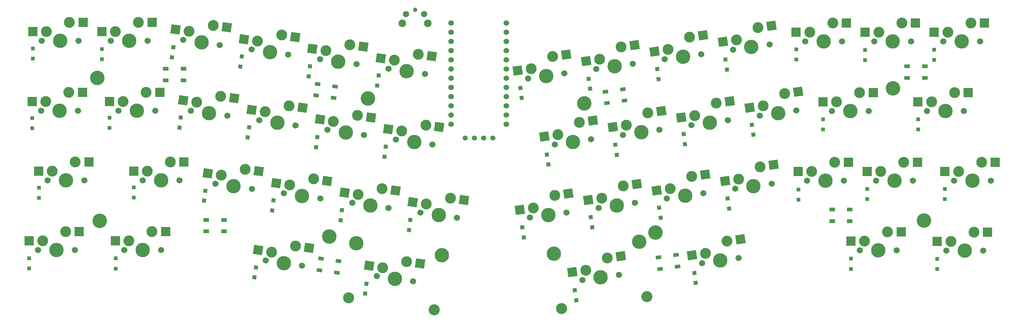
<source format=gbr>
%TF.GenerationSoftware,KiCad,Pcbnew,(5.99.0-9176-ga1730d51ff)*%
%TF.CreationDate,2021-07-22T23:15:28-05:00*%
%TF.ProjectId,Sonata hotswap,536f6e61-7461-4206-986f-74737761702e,rev?*%
%TF.SameCoordinates,Original*%
%TF.FileFunction,Soldermask,Bot*%
%TF.FilePolarity,Negative*%
%FSLAX46Y46*%
G04 Gerber Fmt 4.6, Leading zero omitted, Abs format (unit mm)*
G04 Created by KiCad (PCBNEW (5.99.0-9176-ga1730d51ff)) date 2021-07-22 23:15:28*
%MOMM*%
%LPD*%
G01*
G04 APERTURE LIST*
G04 Aperture macros list*
%AMRotRect*
0 Rectangle, with rotation*
0 The origin of the aperture is its center*
0 $1 length*
0 $2 width*
0 $3 Rotation angle, in degrees counterclockwise*
0 Add horizontal line*
21,1,$1,$2,0,0,$3*%
G04 Aperture macros list end*
%ADD10C,3.987800*%
%ADD11C,3.000000*%
%ADD12C,1.701800*%
%ADD13R,2.550000X2.500000*%
%ADD14C,4.000000*%
%ADD15RotRect,2.550000X2.500000X8.000000*%
%ADD16RotRect,2.550000X2.500000X352.000000*%
%ADD17C,1.524000*%
%ADD18C,3.048000*%
%ADD19C,1.397000*%
%ADD20R,1.100000X1.100000*%
%ADD21RotRect,1.100000X1.100000X98.000000*%
%ADD22RotRect,1.500000X1.000000X8.000000*%
%ADD23R,1.500000X1.000000*%
%ADD24RotRect,1.100000X1.100000X82.000000*%
%ADD25RotRect,1.500000X1.000000X172.000000*%
%ADD26RotRect,1.500000X1.000000X352.000000*%
%ADD27C,1.200000*%
%ADD28C,2.100000*%
%ADD29C,1.750000*%
%ADD30RotRect,1.500000X1.000000X188.000000*%
G04 APERTURE END LIST*
D10*
%TO.C,SW24*%
X296800000Y-94820000D03*
D11*
X292990000Y-92280000D03*
X299340000Y-89740000D03*
D12*
X301880000Y-94820000D03*
X291720000Y-94820000D03*
D13*
X303090000Y-89740000D03*
X289240000Y-92280000D03*
%TD*%
D12*
%TO.C,SW39*%
X82790000Y-133160000D03*
X72630000Y-133160000D03*
D11*
X80250000Y-128080000D03*
X73900000Y-130620000D03*
D10*
X77710000Y-133160000D03*
D13*
X84000000Y-128080000D03*
X70150000Y-130620000D03*
%TD*%
D14*
%TO.C,H4*%
X317060000Y-125040000D03*
%TD*%
D11*
%TO.C,SW43*%
X229678282Y-135345939D03*
X223743579Y-138744969D03*
D12*
X232900562Y-140023001D03*
D10*
X227870000Y-140730000D03*
D12*
X222839438Y-141436999D03*
D15*
X233391787Y-134824039D03*
X220030074Y-139266868D03*
%TD*%
D14*
%TO.C,H1*%
X88960000Y-85660000D03*
%TD*%
D11*
%TO.C,SW8*%
X233528282Y-77105939D03*
D10*
X231720000Y-82490000D03*
D12*
X236750562Y-81783001D03*
X226689438Y-83196999D03*
D11*
X227593579Y-80504969D03*
D15*
X237241787Y-76584039D03*
X223880074Y-81026868D03*
%TD*%
D10*
%TO.C,SW4*%
X136620000Y-78530000D03*
D11*
X139842280Y-73852938D03*
D12*
X131589438Y-77823001D03*
X141650562Y-79236999D03*
D11*
X133200578Y-75484470D03*
D16*
X143555786Y-74374837D03*
X129487073Y-74962570D03*
%TD*%
D12*
%TO.C,SW46*%
X333400000Y-133310000D03*
X323240000Y-133310000D03*
D11*
X330860000Y-128230000D03*
X324510000Y-130770000D03*
D10*
X328320000Y-133310000D03*
D13*
X334610000Y-128230000D03*
X320760000Y-130770000D03*
%TD*%
D12*
%TO.C,SW2*%
X102900000Y-75450000D03*
D11*
X100360000Y-70370000D03*
D10*
X97820000Y-75450000D03*
D11*
X94010000Y-72910000D03*
D12*
X92740000Y-75450000D03*
D13*
X104110000Y-70370000D03*
X90260000Y-72910000D03*
%TD*%
D11*
%TO.C,SW17*%
X141912280Y-93382938D03*
D12*
X133659438Y-97353001D03*
X143720562Y-98766999D03*
D11*
X135270578Y-95014470D03*
D10*
X138690000Y-98060000D03*
D16*
X145625786Y-93904837D03*
X131557073Y-94492570D03*
%TD*%
D10*
%TO.C,SW33*%
X232320000Y-120860000D03*
D12*
X227289438Y-121566999D03*
D11*
X228193579Y-118874969D03*
X234128282Y-115475939D03*
D12*
X237350562Y-120153001D03*
D15*
X237841787Y-114954039D03*
X224480074Y-119396868D03*
%TD*%
D10*
%TO.C,SW7*%
X212860000Y-85130000D03*
D12*
X207829438Y-85836999D03*
D11*
X214668282Y-79745939D03*
D12*
X217890562Y-84423001D03*
D11*
X208733579Y-83144969D03*
D15*
X218381787Y-79224039D03*
X205020074Y-83666868D03*
%TD*%
D11*
%TO.C,SW26*%
X82930000Y-108850000D03*
D12*
X85470000Y-113930000D03*
X75310000Y-113930000D03*
D10*
X80390000Y-113930000D03*
D11*
X76580000Y-111390000D03*
D13*
X86680000Y-108850000D03*
X72830000Y-111390000D03*
%TD*%
D12*
%TO.C,SW37*%
X335500000Y-114060000D03*
D11*
X326610000Y-111520000D03*
D10*
X330420000Y-114060000D03*
D12*
X325340000Y-114060000D03*
D11*
X332960000Y-108980000D03*
D13*
X336710000Y-108980000D03*
X322860000Y-111520000D03*
%TD*%
D12*
%TO.C,SW13*%
X332530000Y-75570000D03*
D11*
X323640000Y-73030000D03*
D12*
X322370000Y-75570000D03*
D11*
X329990000Y-70490000D03*
D10*
X327450000Y-75570000D03*
D13*
X333740000Y-70490000D03*
X319890000Y-73030000D03*
%TD*%
D10*
%TO.C,SW31*%
X183190000Y-123550000D03*
D11*
X186412280Y-118872938D03*
D12*
X178159438Y-122843001D03*
X188220562Y-124256999D03*
D11*
X179770578Y-120504470D03*
D16*
X190125786Y-119394837D03*
X176057073Y-119982570D03*
%TD*%
D12*
%TO.C,SW30*%
X169370562Y-121586999D03*
D10*
X164340000Y-120880000D03*
D11*
X160920578Y-117834470D03*
D12*
X159309438Y-120173001D03*
D11*
X167562280Y-116202938D03*
D16*
X171275786Y-116724837D03*
X157207073Y-117312570D03*
%TD*%
D10*
%TO.C,SW12*%
X308410000Y-75590000D03*
D11*
X310950000Y-70510000D03*
D12*
X303330000Y-75590000D03*
X313490000Y-75590000D03*
D11*
X304600000Y-73050000D03*
D13*
X314700000Y-70510000D03*
X300850000Y-73050000D03*
%TD*%
D10*
%TO.C,SW20*%
X220220000Y-103330000D03*
D12*
X225250562Y-102623001D03*
D11*
X216093579Y-101344969D03*
X222028282Y-97945939D03*
D12*
X215189438Y-104036999D03*
D15*
X225741787Y-97424039D03*
X212380074Y-101866868D03*
%TD*%
D11*
%TO.C,SW42*%
X167690578Y-138044470D03*
D10*
X171110000Y-141090000D03*
D12*
X176140562Y-141796999D03*
D11*
X174332280Y-136412938D03*
D12*
X166079438Y-140383001D03*
D16*
X178045786Y-136934837D03*
X163977073Y-137522570D03*
%TD*%
D11*
%TO.C,SW38*%
X292470000Y-108990000D03*
D12*
X295010000Y-114070000D03*
X284850000Y-114070000D03*
D10*
X289930000Y-114070000D03*
D11*
X286120000Y-111530000D03*
D13*
X296220000Y-108990000D03*
X282370000Y-111530000D03*
%TD*%
D10*
%TO.C,SW44*%
X260900000Y-136090000D03*
D12*
X255869438Y-136796999D03*
D11*
X262708282Y-130705939D03*
D12*
X265930562Y-135383001D03*
D11*
X256773579Y-134104969D03*
D15*
X266421787Y-130184039D03*
X253060074Y-134626868D03*
%TD*%
D11*
%TO.C,SW35*%
X271838282Y-110185939D03*
X265903579Y-113584969D03*
D12*
X264999438Y-116276999D03*
D10*
X270030000Y-115570000D03*
D12*
X275060562Y-114863001D03*
D15*
X275551787Y-109664039D03*
X262190074Y-114106868D03*
%TD*%
D17*
%TO.C,U1*%
X201841400Y-70527000D03*
X201841400Y-73067000D03*
X201841400Y-75607000D03*
X201841400Y-78147000D03*
X201841400Y-80687000D03*
X201841400Y-83227000D03*
X201841400Y-85767000D03*
X201841400Y-88307000D03*
X201841400Y-90847000D03*
X201841400Y-93387000D03*
X201841400Y-95927000D03*
X201841400Y-98467000D03*
X186621400Y-98467000D03*
X186621400Y-95927000D03*
X186621400Y-93387000D03*
X186621400Y-90847000D03*
X186621400Y-88307000D03*
X186621400Y-85767000D03*
X186621400Y-83227000D03*
X186621400Y-80687000D03*
X186621400Y-78147000D03*
X186621400Y-75607000D03*
X186621400Y-73067000D03*
X186621400Y-70527000D03*
%TD*%
D10*
%TO.C,SW6*%
X174360000Y-83830000D03*
D11*
X177582280Y-79152938D03*
D12*
X169329438Y-83123001D03*
D11*
X170940578Y-80784470D03*
D12*
X179390562Y-84536999D03*
D16*
X181295786Y-79674837D03*
X167227073Y-80262570D03*
%TD*%
D12*
%TO.C,SW11*%
X294450000Y-75580000D03*
D11*
X291910000Y-70500000D03*
D10*
X289370000Y-75580000D03*
D12*
X284290000Y-75580000D03*
D11*
X285560000Y-73040000D03*
D13*
X295660000Y-70500000D03*
X281810000Y-73040000D03*
%TD*%
D14*
%TO.C,H3*%
X308500000Y-88510000D03*
%TD*%
D18*
%TO.C,ST1*%
X158350000Y-146360000D03*
D10*
X184039378Y-134580634D03*
D18*
X181918380Y-149672319D03*
D10*
X160470998Y-131268314D03*
%TD*%
D11*
%TO.C,SW41*%
X137040578Y-133724470D03*
D12*
X135429438Y-136063001D03*
D11*
X143682280Y-132092938D03*
D12*
X145490562Y-137476999D03*
D10*
X140460000Y-136770000D03*
D16*
X147395786Y-132614837D03*
X133327073Y-133202570D03*
%TD*%
D18*
%TO.C,ST2*%
X240628380Y-145997681D03*
X217060000Y-149310000D03*
D10*
X238507382Y-130905995D03*
X214939002Y-134218315D03*
%TD*%
D19*
%TO.C,J1*%
X190530000Y-102260000D03*
X193070000Y-102260000D03*
X195610000Y-102260000D03*
X198150000Y-102260000D03*
%TD*%
D12*
%TO.C,SW22*%
X262990562Y-97323001D03*
D11*
X253833579Y-96044969D03*
D10*
X257960000Y-98030000D03*
D12*
X252929438Y-98736999D03*
D11*
X259768282Y-92645939D03*
D15*
X263481787Y-92124039D03*
X250120074Y-96566868D03*
%TD*%
D12*
%TO.C,SW27*%
X101510000Y-113930000D03*
D11*
X102780000Y-111390000D03*
D12*
X111670000Y-113930000D03*
D10*
X106590000Y-113930000D03*
D11*
X109130000Y-108850000D03*
D13*
X112880000Y-108850000D03*
X99030000Y-111390000D03*
%TD*%
D11*
%TO.C,SW16*%
X116400578Y-92364470D03*
D10*
X119820000Y-95410000D03*
D12*
X114789438Y-94703001D03*
X124850562Y-96116999D03*
D11*
X123042280Y-90732938D03*
D16*
X126755786Y-91254837D03*
X112687073Y-91842570D03*
%TD*%
D11*
%TO.C,SW1*%
X74970000Y-72900000D03*
D12*
X83860000Y-75440000D03*
X73700000Y-75440000D03*
D11*
X81320000Y-70360000D03*
D10*
X78780000Y-75440000D03*
D13*
X85070000Y-70360000D03*
X71220000Y-72900000D03*
%TD*%
D12*
%TO.C,SW3*%
X112719438Y-75163001D03*
D11*
X120972280Y-71192938D03*
D12*
X122780562Y-76576999D03*
D10*
X117750000Y-75870000D03*
D11*
X114330578Y-72824470D03*
D16*
X124685786Y-71714837D03*
X110617073Y-72302570D03*
%TD*%
D11*
%TO.C,SW34*%
X252988282Y-112835939D03*
D12*
X246149438Y-118926999D03*
D10*
X251180000Y-118220000D03*
D11*
X247053579Y-116234969D03*
D12*
X256210562Y-117513001D03*
D15*
X256701787Y-112314039D03*
X243340074Y-116756868D03*
%TD*%
D11*
%TO.C,SW28*%
X123180578Y-112544470D03*
D12*
X121569438Y-114883001D03*
X131630562Y-116296999D03*
D11*
X129822280Y-110912938D03*
D10*
X126600000Y-115590000D03*
D16*
X133535786Y-111434837D03*
X119467073Y-112022570D03*
%TD*%
D12*
%TO.C,SW15*%
X94850000Y-94690000D03*
D10*
X99930000Y-94690000D03*
D11*
X102470000Y-89610000D03*
D12*
X105010000Y-94690000D03*
D11*
X96120000Y-92150000D03*
D13*
X106220000Y-89610000D03*
X92370000Y-92150000D03*
%TD*%
D12*
%TO.C,SW29*%
X150500562Y-118946999D03*
D10*
X145470000Y-118240000D03*
D12*
X140439438Y-117533001D03*
D11*
X148692280Y-113562938D03*
X142050578Y-115194470D03*
D16*
X152405786Y-114084837D03*
X138337073Y-114672570D03*
%TD*%
D10*
%TO.C,SW14*%
X78590000Y-94690000D03*
D11*
X74780000Y-92150000D03*
X81130000Y-89610000D03*
D12*
X83670000Y-94690000D03*
X73510000Y-94690000D03*
D13*
X84880000Y-89610000D03*
X71030000Y-92150000D03*
%TD*%
D12*
%TO.C,SW5*%
X160510562Y-81886999D03*
X150449438Y-80473001D03*
D11*
X152060578Y-78134470D03*
D10*
X155480000Y-81180000D03*
D11*
X158702280Y-76502938D03*
D16*
X162415786Y-77024837D03*
X148347073Y-77612570D03*
%TD*%
D12*
%TO.C,SW25*%
X328060000Y-94830000D03*
D11*
X325520000Y-89750000D03*
D12*
X317900000Y-94830000D03*
D10*
X322980000Y-94830000D03*
D11*
X319170000Y-92290000D03*
D13*
X329270000Y-89750000D03*
X315420000Y-92290000D03*
%TD*%
D11*
%TO.C,SW19*%
X179632280Y-98692938D03*
D10*
X176410000Y-103370000D03*
D12*
X181440562Y-104076999D03*
X171379438Y-102663001D03*
D11*
X172990578Y-100324470D03*
D16*
X183345786Y-99214837D03*
X169277073Y-99802570D03*
%TD*%
D10*
%TO.C,SW21*%
X239090000Y-100680000D03*
D12*
X234059438Y-101386999D03*
X244120562Y-99973001D03*
D11*
X234963579Y-98694969D03*
X240898282Y-95295939D03*
D15*
X244611787Y-94774039D03*
X231250074Y-99216868D03*
%TD*%
D14*
%TO.C,H7*%
X242990000Y-128340000D03*
%TD*%
D11*
%TO.C,SW10*%
X265323579Y-75174969D03*
D12*
X274480562Y-76453001D03*
X264419438Y-77866999D03*
D11*
X271258282Y-71775939D03*
D10*
X269450000Y-77160000D03*
D15*
X274971787Y-71254039D03*
X261610074Y-75696868D03*
%TD*%
D11*
%TO.C,SW23*%
X272693579Y-93394969D03*
X278628282Y-89995939D03*
D12*
X281850562Y-94673001D03*
X271789438Y-96086999D03*
D10*
X276820000Y-95380000D03*
D15*
X282341787Y-89474039D03*
X268980074Y-93916868D03*
%TD*%
D11*
%TO.C,SW36*%
X305180000Y-111520000D03*
D12*
X303910000Y-114060000D03*
D11*
X311530000Y-108980000D03*
D12*
X314070000Y-114060000D03*
D10*
X308990000Y-114060000D03*
D13*
X315280000Y-108980000D03*
X301430000Y-111520000D03*
%TD*%
D14*
%TO.C,H5*%
X163640000Y-91330000D03*
%TD*%
D11*
%TO.C,SW32*%
X209303579Y-121534969D03*
D12*
X218460562Y-122813001D03*
D11*
X215238282Y-118135939D03*
D10*
X213430000Y-123520000D03*
D12*
X208399438Y-124226999D03*
D15*
X218951787Y-117614039D03*
X205590074Y-122056868D03*
%TD*%
D14*
%TO.C,H6*%
X153020000Y-129440000D03*
%TD*%
D11*
%TO.C,SW18*%
X154130578Y-97664470D03*
D12*
X152519438Y-100003001D03*
D10*
X157550000Y-100710000D03*
D12*
X162580562Y-101416999D03*
D11*
X160772280Y-96032938D03*
D16*
X164485786Y-96554837D03*
X150417073Y-97142570D03*
%TD*%
D14*
%TO.C,H2*%
X89690000Y-125150000D03*
%TD*%
D12*
%TO.C,SW40*%
X106620000Y-133180000D03*
D10*
X101540000Y-133180000D03*
D12*
X96460000Y-133180000D03*
D11*
X104080000Y-128100000D03*
X97730000Y-130640000D03*
D13*
X107830000Y-128100000D03*
X93980000Y-130640000D03*
%TD*%
D12*
%TO.C,SW9*%
X255610562Y-79113001D03*
D11*
X246453579Y-77834969D03*
D12*
X245549438Y-80526999D03*
D11*
X252388282Y-74435939D03*
D10*
X250580000Y-79820000D03*
D15*
X256101787Y-73914039D03*
X242740074Y-78356868D03*
%TD*%
D14*
%TO.C,H8*%
X223380000Y-92700000D03*
%TD*%
D11*
%TO.C,SW45*%
X300690000Y-130750000D03*
D12*
X309580000Y-133290000D03*
X299420000Y-133290000D03*
D11*
X307040000Y-128210000D03*
D10*
X304500000Y-133290000D03*
D13*
X310790000Y-128210000D03*
X296940000Y-130750000D03*
%TD*%
D20*
%TO.C,D2*%
X90260000Y-80530000D03*
X90260000Y-77730000D03*
%TD*%
%TO.C,D37*%
X322870000Y-119130000D03*
X322870000Y-116330000D03*
%TD*%
D21*
%TO.C,D44*%
X254124842Y-142266375D03*
X253735158Y-139493625D03*
%TD*%
D22*
%TO.C,L1*%
X229606520Y-92615403D03*
X229161166Y-89446545D03*
X234013480Y-88764597D03*
X234458834Y-91933455D03*
%TD*%
D20*
%TO.C,D1*%
X71180000Y-80330000D03*
X71180000Y-77530000D03*
%TD*%
D23*
%TO.C,L7*%
X112790000Y-83170000D03*
X112790000Y-86370000D03*
X107890000Y-86370000D03*
X107890000Y-83170000D03*
%TD*%
D20*
%TO.C,D25*%
X315470000Y-99910000D03*
X315470000Y-97110000D03*
%TD*%
%TO.C,D24*%
X289250000Y-99930000D03*
X289250000Y-97130000D03*
%TD*%
D24*
%TO.C,D3*%
X109575158Y-79986375D03*
X109964842Y-77213625D03*
%TD*%
%TO.C,D30*%
X156115158Y-124946375D03*
X156504842Y-122173625D03*
%TD*%
D20*
%TO.C,D15*%
X92400000Y-99470000D03*
X92400000Y-96670000D03*
%TD*%
D23*
%TO.C,L2*%
X312420000Y-85660000D03*
X312420000Y-82460000D03*
X317320000Y-82460000D03*
X317320000Y-85660000D03*
%TD*%
D20*
%TO.C,D38*%
X282430000Y-119280000D03*
X282430000Y-116480000D03*
%TD*%
%TO.C,D39*%
X70180000Y-138250000D03*
X70180000Y-135450000D03*
%TD*%
%TO.C,D14*%
X71060000Y-99530000D03*
X71060000Y-96730000D03*
%TD*%
D25*
%TO.C,L8*%
X154608834Y-88006545D03*
X154163480Y-91175403D03*
X149311166Y-90493455D03*
X149756520Y-87324597D03*
%TD*%
D20*
%TO.C,D13*%
X319900000Y-80662500D03*
X319900000Y-77862500D03*
%TD*%
D26*
%TO.C,L5*%
X150251166Y-138723455D03*
X150696520Y-135554597D03*
X155548834Y-136236545D03*
X155103480Y-139405403D03*
%TD*%
D20*
%TO.C,D26*%
X72880000Y-118742500D03*
X72880000Y-115942500D03*
%TD*%
D24*
%TO.C,D6*%
X166205158Y-87766375D03*
X166594842Y-84993625D03*
%TD*%
D27*
%TO.C,RESET1*%
X176680000Y-66862500D03*
D28*
X180180000Y-70562500D03*
X173170000Y-70562500D03*
D29*
X179180000Y-68072500D03*
X174180000Y-68072500D03*
%TD*%
D24*
%TO.C,D5*%
X147305158Y-85256375D03*
X147694842Y-82483625D03*
%TD*%
%TO.C,D17*%
X130505158Y-102076375D03*
X130894842Y-99303625D03*
%TD*%
D23*
%TO.C,L3*%
X291730000Y-125180000D03*
X291730000Y-121980000D03*
X296630000Y-121980000D03*
X296630000Y-125180000D03*
%TD*%
D30*
%TO.C,L4*%
X248653480Y-134544597D03*
X249098834Y-137713455D03*
X244246520Y-138395403D03*
X243801166Y-135226545D03*
%TD*%
D21*
%TO.C,D35*%
X263294842Y-121736375D03*
X262905158Y-118963625D03*
%TD*%
%TO.C,D21*%
X232334842Y-106896375D03*
X231945158Y-104123625D03*
%TD*%
%TO.C,D32*%
X206654842Y-129666375D03*
X206265158Y-126893625D03*
%TD*%
D20*
%TO.C,D36*%
X301400000Y-119152500D03*
X301400000Y-116352500D03*
%TD*%
D21*
%TO.C,D8*%
X224944842Y-88656375D03*
X224555158Y-85883625D03*
%TD*%
D20*
%TO.C,D11*%
X281840000Y-80612500D03*
X281840000Y-77812500D03*
%TD*%
D24*
%TO.C,D19*%
X168205158Y-107416375D03*
X168594842Y-104643625D03*
%TD*%
%TO.C,D18*%
X149335158Y-104796375D03*
X149724842Y-102023625D03*
%TD*%
D23*
%TO.C,L6*%
X119080000Y-128040000D03*
X119080000Y-124840000D03*
X123980000Y-124840000D03*
X123980000Y-128040000D03*
%TD*%
D24*
%TO.C,D4*%
X128445158Y-82556375D03*
X128834842Y-79783625D03*
%TD*%
%TO.C,D16*%
X111655158Y-99366375D03*
X112044842Y-96593625D03*
%TD*%
D21*
%TO.C,D23*%
X269994842Y-101376375D03*
X269605158Y-98603625D03*
%TD*%
%TO.C,D10*%
X262694842Y-83376375D03*
X262305158Y-80603625D03*
%TD*%
D20*
%TO.C,D27*%
X99080000Y-118712500D03*
X99080000Y-115912500D03*
%TD*%
D24*
%TO.C,D42*%
X162885158Y-145226375D03*
X163274842Y-142453625D03*
%TD*%
D21*
%TO.C,D20*%
X213444842Y-109576375D03*
X213055158Y-106803625D03*
%TD*%
%TO.C,D22*%
X251144842Y-103956375D03*
X250755158Y-101183625D03*
%TD*%
D24*
%TO.C,D31*%
X174995158Y-127676375D03*
X175384842Y-124903625D03*
%TD*%
D21*
%TO.C,D34*%
X244430000Y-124240000D03*
X244040316Y-121467250D03*
%TD*%
D24*
%TO.C,D41*%
X132335158Y-140726375D03*
X132724842Y-137953625D03*
%TD*%
D21*
%TO.C,D33*%
X225514842Y-126896375D03*
X225125158Y-124123625D03*
%TD*%
%TO.C,D43*%
X221134842Y-147016375D03*
X220745158Y-144243625D03*
%TD*%
D20*
%TO.C,D46*%
X320700000Y-138420000D03*
X320700000Y-135620000D03*
%TD*%
D21*
%TO.C,D7*%
X206104842Y-91216375D03*
X205715158Y-88443625D03*
%TD*%
%TO.C,D9*%
X243874842Y-86026375D03*
X243485158Y-83253625D03*
%TD*%
D24*
%TO.C,D28*%
X118415158Y-119566375D03*
X118804842Y-116793625D03*
%TD*%
%TO.C,D29*%
X137235158Y-122216375D03*
X137624842Y-119443625D03*
%TD*%
D20*
%TO.C,D45*%
X296900000Y-138380000D03*
X296900000Y-135580000D03*
%TD*%
%TO.C,D40*%
X94040000Y-138292500D03*
X94040000Y-135492500D03*
%TD*%
%TO.C,D12*%
X300800000Y-80780000D03*
X300800000Y-77980000D03*
%TD*%
M02*

</source>
